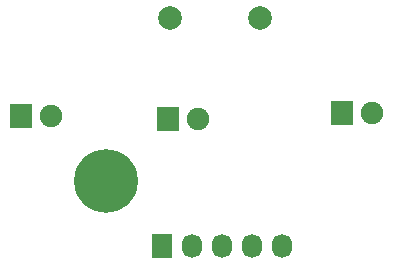
<source format=gbr>
G04 #@! TF.FileFunction,Copper,L2,Bot,Signal*
%FSLAX46Y46*%
G04 Gerber Fmt 4.6, Leading zero omitted, Abs format (unit mm)*
G04 Created by KiCad (PCBNEW 4.0.0-rc2-stable) date 16-4-2016 22:36:50*
%MOMM*%
G01*
G04 APERTURE LIST*
%ADD10C,0.100000*%
%ADD11R,1.727200X2.032000*%
%ADD12O,1.727200X2.032000*%
%ADD13C,1.998980*%
%ADD14R,1.900000X2.000000*%
%ADD15C,1.900000*%
%ADD16C,5.400000*%
G04 APERTURE END LIST*
D10*
D11*
X28250000Y-35750000D03*
D12*
X30790000Y-35750000D03*
X33330000Y-35750000D03*
X35870000Y-35750000D03*
X38410000Y-35750000D03*
D13*
X36500000Y-16500000D03*
X28880000Y-16500000D03*
D14*
X43500000Y-24500000D03*
D15*
X46040000Y-24500000D03*
D14*
X28750000Y-25000000D03*
D15*
X31290000Y-25000000D03*
D14*
X16250000Y-24750000D03*
D15*
X18790000Y-24750000D03*
D16*
X23500000Y-30250000D03*
M02*

</source>
